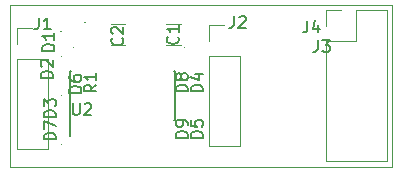
<source format=gbr>
G04 #@! TF.GenerationSoftware,KiCad,Pcbnew,(5.1.0)-1*
G04 #@! TF.CreationDate,2020-05-09T23:37:49+02:00*
G04 #@! TF.ProjectId,Token,546f6b65-6e2e-46b6-9963-61645f706362,rev?*
G04 #@! TF.SameCoordinates,Original*
G04 #@! TF.FileFunction,Legend,Top*
G04 #@! TF.FilePolarity,Positive*
%FSLAX46Y46*%
G04 Gerber Fmt 4.6, Leading zero omitted, Abs format (unit mm)*
G04 Created by KiCad (PCBNEW (5.1.0)-1) date 2020-05-09 23:37:49*
%MOMM*%
%LPD*%
G04 APERTURE LIST*
%ADD10C,0.050000*%
%ADD11C,0.100000*%
%ADD12C,0.120000*%
%ADD13C,0.150000*%
G04 APERTURE END LIST*
D10*
X138049000Y-49149000D02*
X138049000Y-48133000D01*
X170434000Y-49149000D02*
X138049000Y-49149000D01*
X138049000Y-35433000D02*
X138049000Y-48133000D01*
X170434000Y-35433000D02*
X138049000Y-35433000D01*
X170434000Y-49149000D02*
X170434000Y-35433000D01*
D11*
G04 #@! TO.C,D4*
X153847000Y-39019000D02*
G75*
G03X153847000Y-39019000I-50000J0D01*
G01*
D12*
G04 #@! TO.C,C1*
X152497064Y-38883000D02*
X151292936Y-38883000D01*
X152497064Y-37063000D02*
X151292936Y-37063000D01*
G04 #@! TO.C,J1*
X138624000Y-47685000D02*
X141284000Y-47685000D01*
X138624000Y-40005000D02*
X138624000Y-47685000D01*
X141284000Y-40005000D02*
X141284000Y-47685000D01*
X138624000Y-40005000D02*
X141284000Y-40005000D01*
X138624000Y-38735000D02*
X138624000Y-37405000D01*
X138624000Y-37405000D02*
X139954000Y-37405000D01*
G04 #@! TO.C,J2*
X154880000Y-37151000D02*
X156210000Y-37151000D01*
X154880000Y-38481000D02*
X154880000Y-37151000D01*
X154880000Y-39751000D02*
X157540000Y-39751000D01*
X157540000Y-39751000D02*
X157540000Y-47431000D01*
X154880000Y-39751000D02*
X154880000Y-47431000D01*
X154880000Y-47431000D02*
X157540000Y-47431000D01*
D13*
G04 #@! TO.C,U2*
X143124000Y-45161000D02*
X143149000Y-45161000D01*
X143124000Y-41011000D02*
X143239000Y-41011000D01*
X152024000Y-41011000D02*
X151909000Y-41011000D01*
X152024000Y-45161000D02*
X151909000Y-45161000D01*
X143124000Y-45161000D02*
X143124000Y-41011000D01*
X152024000Y-45161000D02*
X152024000Y-41011000D01*
X143149000Y-45161000D02*
X143149000Y-46536000D01*
D12*
G04 #@! TO.C,C2*
X146593936Y-37063000D02*
X147798064Y-37063000D01*
X146593936Y-38883000D02*
X147798064Y-38883000D01*
D11*
G04 #@! TO.C,D2*
X142417000Y-39827000D02*
G75*
G03X142417000Y-39827000I-50000J0D01*
G01*
G04 #@! TO.C,D3*
X142417000Y-43129000D02*
G75*
G03X142417000Y-43129000I-50000J0D01*
G01*
G04 #@! TO.C,D5*
X153847000Y-42702000D02*
G75*
G03X153847000Y-42702000I-50000J0D01*
G01*
G04 #@! TO.C,D6*
X142417000Y-37668000D02*
G75*
G03X142417000Y-37668000I-50000J0D01*
G01*
G04 #@! TO.C,D7*
X142417000Y-47295000D02*
G75*
G03X142417000Y-47295000I-50000J0D01*
G01*
G04 #@! TO.C,D8*
X152831000Y-39065000D02*
G75*
G03X152831000Y-39065000I-50000J0D01*
G01*
G04 #@! TO.C,D9*
X152831000Y-42702000D02*
G75*
G03X152831000Y-42702000I-50000J0D01*
G01*
D12*
G04 #@! TO.C,J3*
X164786000Y-48701000D02*
X169986000Y-48701000D01*
X164786000Y-38481000D02*
X164786000Y-48701000D01*
X169986000Y-35881000D02*
X169986000Y-48701000D01*
X164786000Y-38481000D02*
X167386000Y-38481000D01*
X167386000Y-38481000D02*
X167386000Y-35881000D01*
X167386000Y-35881000D02*
X169986000Y-35881000D01*
X164786000Y-37211000D02*
X164786000Y-35881000D01*
X164786000Y-35881000D02*
X166116000Y-35881000D01*
D11*
G04 #@! TO.C,R1*
X144449000Y-36906000D02*
G75*
G03X144449000Y-36906000I-50000J0D01*
G01*
G04 #@! TO.C,D1*
X143433000Y-39086000D02*
G75*
G03X143433000Y-39086000I-50000J0D01*
G01*
G04 #@! TD*
G04 #@! TO.C,D4*
D13*
X154376380Y-42775095D02*
X153376380Y-42775095D01*
X153376380Y-42537000D01*
X153424000Y-42394142D01*
X153519238Y-42298904D01*
X153614476Y-42251285D01*
X153804952Y-42203666D01*
X153947809Y-42203666D01*
X154138285Y-42251285D01*
X154233523Y-42298904D01*
X154328761Y-42394142D01*
X154376380Y-42537000D01*
X154376380Y-42775095D01*
X153709714Y-41346523D02*
X154376380Y-41346523D01*
X153328761Y-41584619D02*
X154043047Y-41822714D01*
X154043047Y-41203666D01*
G04 #@! TO.C,C1*
X152249142Y-38139666D02*
X152296761Y-38187285D01*
X152344380Y-38330142D01*
X152344380Y-38425380D01*
X152296761Y-38568238D01*
X152201523Y-38663476D01*
X152106285Y-38711095D01*
X151915809Y-38758714D01*
X151772952Y-38758714D01*
X151582476Y-38711095D01*
X151487238Y-38663476D01*
X151392000Y-38568238D01*
X151344380Y-38425380D01*
X151344380Y-38330142D01*
X151392000Y-38187285D01*
X151439619Y-38139666D01*
X152344380Y-37187285D02*
X152344380Y-37758714D01*
X152344380Y-37473000D02*
X151344380Y-37473000D01*
X151487238Y-37568238D01*
X151582476Y-37663476D01*
X151630095Y-37758714D01*
G04 #@! TO.C,J1*
X140509666Y-36536380D02*
X140509666Y-37250666D01*
X140462047Y-37393523D01*
X140366809Y-37488761D01*
X140223952Y-37536380D01*
X140128714Y-37536380D01*
X141509666Y-37536380D02*
X140938238Y-37536380D01*
X141223952Y-37536380D02*
X141223952Y-36536380D01*
X141128714Y-36679238D01*
X141033476Y-36774476D01*
X140938238Y-36822095D01*
G04 #@! TO.C,J2*
X157019666Y-36409380D02*
X157019666Y-37123666D01*
X156972047Y-37266523D01*
X156876809Y-37361761D01*
X156733952Y-37409380D01*
X156638714Y-37409380D01*
X157448238Y-36504619D02*
X157495857Y-36457000D01*
X157591095Y-36409380D01*
X157829190Y-36409380D01*
X157924428Y-36457000D01*
X157972047Y-36504619D01*
X158019666Y-36599857D01*
X158019666Y-36695095D01*
X157972047Y-36837952D01*
X157400619Y-37409380D01*
X158019666Y-37409380D01*
G04 #@! TO.C,U2*
X143383095Y-43775380D02*
X143383095Y-44584904D01*
X143430714Y-44680142D01*
X143478333Y-44727761D01*
X143573571Y-44775380D01*
X143764047Y-44775380D01*
X143859285Y-44727761D01*
X143906904Y-44680142D01*
X143954523Y-44584904D01*
X143954523Y-43775380D01*
X144383095Y-43870619D02*
X144430714Y-43823000D01*
X144525952Y-43775380D01*
X144764047Y-43775380D01*
X144859285Y-43823000D01*
X144906904Y-43870619D01*
X144954523Y-43965857D01*
X144954523Y-44061095D01*
X144906904Y-44203952D01*
X144335476Y-44775380D01*
X144954523Y-44775380D01*
G04 #@! TO.C,C2*
X147550142Y-38266666D02*
X147597761Y-38314285D01*
X147645380Y-38457142D01*
X147645380Y-38552380D01*
X147597761Y-38695238D01*
X147502523Y-38790476D01*
X147407285Y-38838095D01*
X147216809Y-38885714D01*
X147073952Y-38885714D01*
X146883476Y-38838095D01*
X146788238Y-38790476D01*
X146693000Y-38695238D01*
X146645380Y-38552380D01*
X146645380Y-38457142D01*
X146693000Y-38314285D01*
X146740619Y-38266666D01*
X146740619Y-37885714D02*
X146693000Y-37838095D01*
X146645380Y-37742857D01*
X146645380Y-37504761D01*
X146693000Y-37409523D01*
X146740619Y-37361904D01*
X146835857Y-37314285D01*
X146931095Y-37314285D01*
X147073952Y-37361904D01*
X147645380Y-37933333D01*
X147645380Y-37314285D01*
G04 #@! TO.C,D2*
X141676380Y-41632095D02*
X140676380Y-41632095D01*
X140676380Y-41394000D01*
X140724000Y-41251142D01*
X140819238Y-41155904D01*
X140914476Y-41108285D01*
X141104952Y-41060666D01*
X141247809Y-41060666D01*
X141438285Y-41108285D01*
X141533523Y-41155904D01*
X141628761Y-41251142D01*
X141676380Y-41394000D01*
X141676380Y-41632095D01*
X140771619Y-40679714D02*
X140724000Y-40632095D01*
X140676380Y-40536857D01*
X140676380Y-40298761D01*
X140724000Y-40203523D01*
X140771619Y-40155904D01*
X140866857Y-40108285D01*
X140962095Y-40108285D01*
X141104952Y-40155904D01*
X141676380Y-40727333D01*
X141676380Y-40108285D01*
G04 #@! TO.C,D3*
X141930380Y-44957095D02*
X140930380Y-44957095D01*
X140930380Y-44719000D01*
X140978000Y-44576142D01*
X141073238Y-44480904D01*
X141168476Y-44433285D01*
X141358952Y-44385666D01*
X141501809Y-44385666D01*
X141692285Y-44433285D01*
X141787523Y-44480904D01*
X141882761Y-44576142D01*
X141930380Y-44719000D01*
X141930380Y-44957095D01*
X140930380Y-44052333D02*
X140930380Y-43433285D01*
X141311333Y-43766619D01*
X141311333Y-43623761D01*
X141358952Y-43528523D01*
X141406571Y-43480904D01*
X141501809Y-43433285D01*
X141739904Y-43433285D01*
X141835142Y-43480904D01*
X141882761Y-43528523D01*
X141930380Y-43623761D01*
X141930380Y-43909476D01*
X141882761Y-44004714D01*
X141835142Y-44052333D01*
G04 #@! TO.C,D5*
X154376380Y-46712095D02*
X153376380Y-46712095D01*
X153376380Y-46474000D01*
X153424000Y-46331142D01*
X153519238Y-46235904D01*
X153614476Y-46188285D01*
X153804952Y-46140666D01*
X153947809Y-46140666D01*
X154138285Y-46188285D01*
X154233523Y-46235904D01*
X154328761Y-46331142D01*
X154376380Y-46474000D01*
X154376380Y-46712095D01*
X153376380Y-45235904D02*
X153376380Y-45712095D01*
X153852571Y-45759714D01*
X153804952Y-45712095D01*
X153757333Y-45616857D01*
X153757333Y-45378761D01*
X153804952Y-45283523D01*
X153852571Y-45235904D01*
X153947809Y-45188285D01*
X154185904Y-45188285D01*
X154281142Y-45235904D01*
X154328761Y-45283523D01*
X154376380Y-45378761D01*
X154376380Y-45616857D01*
X154328761Y-45712095D01*
X154281142Y-45759714D01*
G04 #@! TO.C,D6*
X144089380Y-42902095D02*
X143089380Y-42902095D01*
X143089380Y-42664000D01*
X143137000Y-42521142D01*
X143232238Y-42425904D01*
X143327476Y-42378285D01*
X143517952Y-42330666D01*
X143660809Y-42330666D01*
X143851285Y-42378285D01*
X143946523Y-42425904D01*
X144041761Y-42521142D01*
X144089380Y-42664000D01*
X144089380Y-42902095D01*
X143089380Y-41473523D02*
X143089380Y-41664000D01*
X143137000Y-41759238D01*
X143184619Y-41806857D01*
X143327476Y-41902095D01*
X143517952Y-41949714D01*
X143898904Y-41949714D01*
X143994142Y-41902095D01*
X144041761Y-41854476D01*
X144089380Y-41759238D01*
X144089380Y-41568761D01*
X144041761Y-41473523D01*
X143994142Y-41425904D01*
X143898904Y-41378285D01*
X143660809Y-41378285D01*
X143565571Y-41425904D01*
X143517952Y-41473523D01*
X143470333Y-41568761D01*
X143470333Y-41759238D01*
X143517952Y-41854476D01*
X143565571Y-41902095D01*
X143660809Y-41949714D01*
G04 #@! TO.C,D7*
X141930380Y-46839095D02*
X140930380Y-46839095D01*
X140930380Y-46601000D01*
X140978000Y-46458142D01*
X141073238Y-46362904D01*
X141168476Y-46315285D01*
X141358952Y-46267666D01*
X141501809Y-46267666D01*
X141692285Y-46315285D01*
X141787523Y-46362904D01*
X141882761Y-46458142D01*
X141930380Y-46601000D01*
X141930380Y-46839095D01*
X140930380Y-45934333D02*
X140930380Y-45267666D01*
X141930380Y-45696238D01*
G04 #@! TO.C,D8*
X153106380Y-42775095D02*
X152106380Y-42775095D01*
X152106380Y-42537000D01*
X152154000Y-42394142D01*
X152249238Y-42298904D01*
X152344476Y-42251285D01*
X152534952Y-42203666D01*
X152677809Y-42203666D01*
X152868285Y-42251285D01*
X152963523Y-42298904D01*
X153058761Y-42394142D01*
X153106380Y-42537000D01*
X153106380Y-42775095D01*
X152534952Y-41632238D02*
X152487333Y-41727476D01*
X152439714Y-41775095D01*
X152344476Y-41822714D01*
X152296857Y-41822714D01*
X152201619Y-41775095D01*
X152154000Y-41727476D01*
X152106380Y-41632238D01*
X152106380Y-41441761D01*
X152154000Y-41346523D01*
X152201619Y-41298904D01*
X152296857Y-41251285D01*
X152344476Y-41251285D01*
X152439714Y-41298904D01*
X152487333Y-41346523D01*
X152534952Y-41441761D01*
X152534952Y-41632238D01*
X152582571Y-41727476D01*
X152630190Y-41775095D01*
X152725428Y-41822714D01*
X152915904Y-41822714D01*
X153011142Y-41775095D01*
X153058761Y-41727476D01*
X153106380Y-41632238D01*
X153106380Y-41441761D01*
X153058761Y-41346523D01*
X153011142Y-41298904D01*
X152915904Y-41251285D01*
X152725428Y-41251285D01*
X152630190Y-41298904D01*
X152582571Y-41346523D01*
X152534952Y-41441761D01*
G04 #@! TO.C,D9*
X153106380Y-46712095D02*
X152106380Y-46712095D01*
X152106380Y-46474000D01*
X152154000Y-46331142D01*
X152249238Y-46235904D01*
X152344476Y-46188285D01*
X152534952Y-46140666D01*
X152677809Y-46140666D01*
X152868285Y-46188285D01*
X152963523Y-46235904D01*
X153058761Y-46331142D01*
X153106380Y-46474000D01*
X153106380Y-46712095D01*
X153106380Y-45664476D02*
X153106380Y-45474000D01*
X153058761Y-45378761D01*
X153011142Y-45331142D01*
X152868285Y-45235904D01*
X152677809Y-45188285D01*
X152296857Y-45188285D01*
X152201619Y-45235904D01*
X152154000Y-45283523D01*
X152106380Y-45378761D01*
X152106380Y-45569238D01*
X152154000Y-45664476D01*
X152201619Y-45712095D01*
X152296857Y-45759714D01*
X152534952Y-45759714D01*
X152630190Y-45712095D01*
X152677809Y-45664476D01*
X152725428Y-45569238D01*
X152725428Y-45378761D01*
X152677809Y-45283523D01*
X152630190Y-45235904D01*
X152534952Y-45188285D01*
G04 #@! TO.C,J3*
X164131666Y-38441380D02*
X164131666Y-39155666D01*
X164084047Y-39298523D01*
X163988809Y-39393761D01*
X163845952Y-39441380D01*
X163750714Y-39441380D01*
X164512619Y-38441380D02*
X165131666Y-38441380D01*
X164798333Y-38822333D01*
X164941190Y-38822333D01*
X165036428Y-38869952D01*
X165084047Y-38917571D01*
X165131666Y-39012809D01*
X165131666Y-39250904D01*
X165084047Y-39346142D01*
X165036428Y-39393761D01*
X164941190Y-39441380D01*
X164655476Y-39441380D01*
X164560238Y-39393761D01*
X164512619Y-39346142D01*
G04 #@! TO.C,R1*
X145359380Y-42203666D02*
X144883190Y-42537000D01*
X145359380Y-42775095D02*
X144359380Y-42775095D01*
X144359380Y-42394142D01*
X144407000Y-42298904D01*
X144454619Y-42251285D01*
X144549857Y-42203666D01*
X144692714Y-42203666D01*
X144787952Y-42251285D01*
X144835571Y-42298904D01*
X144883190Y-42394142D01*
X144883190Y-42775095D01*
X145359380Y-41251285D02*
X145359380Y-41822714D01*
X145359380Y-41537000D02*
X144359380Y-41537000D01*
X144502238Y-41632238D01*
X144597476Y-41727476D01*
X144645095Y-41822714D01*
G04 #@! TO.C,D1*
X141803380Y-39346095D02*
X140803380Y-39346095D01*
X140803380Y-39108000D01*
X140851000Y-38965142D01*
X140946238Y-38869904D01*
X141041476Y-38822285D01*
X141231952Y-38774666D01*
X141374809Y-38774666D01*
X141565285Y-38822285D01*
X141660523Y-38869904D01*
X141755761Y-38965142D01*
X141803380Y-39108000D01*
X141803380Y-39346095D01*
X141803380Y-37822285D02*
X141803380Y-38393714D01*
X141803380Y-38108000D02*
X140803380Y-38108000D01*
X140946238Y-38203238D01*
X141041476Y-38298476D01*
X141089095Y-38393714D01*
G04 #@! TO.C,J4*
X163242666Y-36790380D02*
X163242666Y-37504666D01*
X163195047Y-37647523D01*
X163099809Y-37742761D01*
X162956952Y-37790380D01*
X162861714Y-37790380D01*
X164147428Y-37123714D02*
X164147428Y-37790380D01*
X163909333Y-36742761D02*
X163671238Y-37457047D01*
X164290285Y-37457047D01*
G04 #@! TD*
M02*

</source>
